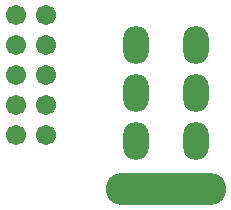
<source format=gbs>
G04*
G04 #@! TF.GenerationSoftware,Altium Limited,Altium Designer,18.1.7 (191)*
G04*
G04 Layer_Color=16711935*
%FSLAX24Y24*%
%MOIN*%
G70*
G01*
G75*
%ADD11O,0.0867X0.1261*%
%ADD12O,0.4017X0.1064*%
%ADD13C,0.0671*%
D11*
X4800Y6000D02*
D03*
X6800D02*
D03*
Y4400D02*
D03*
X4800D02*
D03*
Y2800D02*
D03*
X6800D02*
D03*
D12*
X5800Y1189D02*
D03*
D13*
X800Y3000D02*
D03*
Y4000D02*
D03*
Y5000D02*
D03*
Y6000D02*
D03*
Y7000D02*
D03*
X1800D02*
D03*
Y6000D02*
D03*
Y5000D02*
D03*
Y4000D02*
D03*
Y3000D02*
D03*
M02*

</source>
